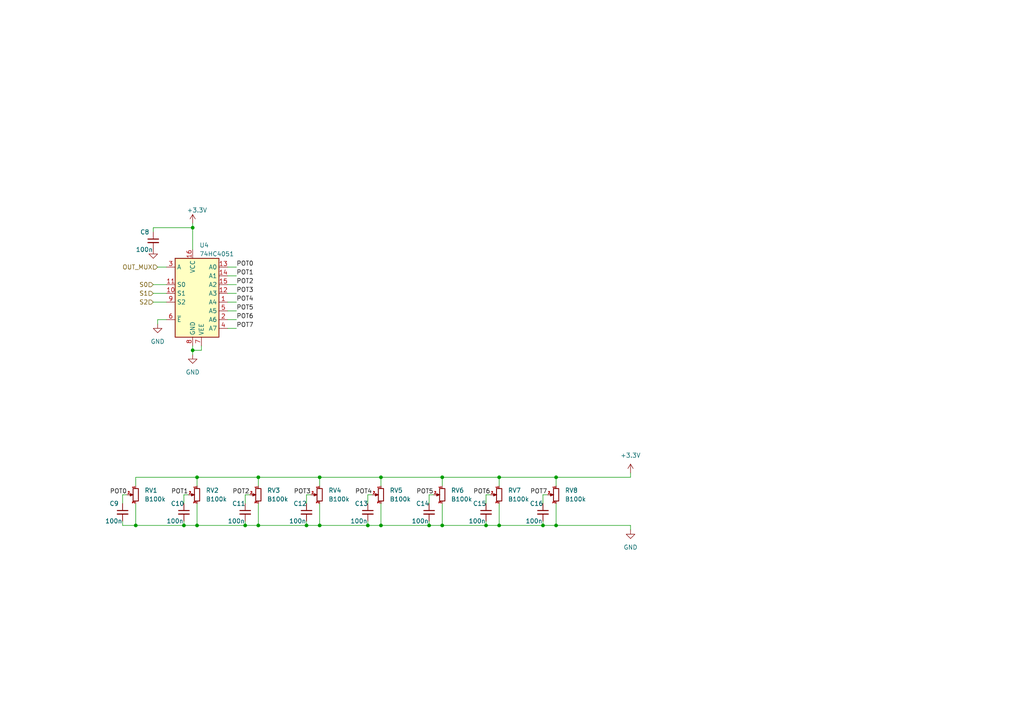
<source format=kicad_sch>
(kicad_sch (version 20230121) (generator eeschema)
  (paper "A4")
  (lib_symbols
    (symbol "74xx:74HC4051"
      (property "Reference" "U" (at -5.08 11.43 0))
      (property "Value" "74HC4051" (at -7.62 -13.97 0))
      (symbol "74HC4051_0_1"
        (rectangle (start -5.08 10.16) (end 7.62 -12.7) (stroke (width 0.254)) (fill (type background)))
      )
      (symbol "74HC4051_1_1"
        (pin passive line (at 10.16 -2.54 180) (length 2.54) (name "A4") (number "1"))
        (pin input line (at -7.62 0 0) (length 2.54) (name "S1") (number "10"))
        (pin input line (at -7.62 2.54 0) (length 2.54) (name "S0") (number "11"))
        (pin passive line (at 10.16 0 180) (length 2.54) (name "A3") (number "12"))
        (pin passive line (at 10.16 7.62 180) (length 2.54) (name "A0") (number "13"))
        (pin passive line (at 10.16 5.08 180) (length 2.54) (name "A1") (number "14"))
        (pin passive line (at 10.16 2.54 180) (length 2.54) (name "A2") (number "15"))
        (pin power_in line (at 0 12.7 270) (length 2.54) (name "VCC") (number "16"))
        (pin passive line (at 10.16 -7.62 180) (length 2.54) (name "A6") (number "2"))
        (pin passive line (at -7.62 7.62 0) (length 2.54) (name "A") (number "3"))
        (pin passive line (at 10.16 -10.16 180) (length 2.54) (name "A7") (number "4"))
        (pin passive line (at 10.16 -5.08 180) (length 2.54) (name "A5") (number "5"))
        (pin input line (at -7.62 -7.62 0) (length 2.54) (name "~{E}") (number "6"))
        (pin power_in line (at 2.54 -15.24 90) (length 2.54) (name "VEE") (number "7"))
        (pin power_in line (at 0 -15.24 90) (length 2.54) (name "GND") (number "8"))
        (pin input line (at -7.62 -2.54 0) (length 2.54) (name "S2") (number "9"))
      )
    )
    (symbol "Device:C_Small" (pin_numbers hide) (pin_names (offset 0.254) hide)
      (property "Reference" "C" (at 0.254 1.778 0))
      (property "Value" "C_Small" (at 0.254 -2.032 0))
      (symbol "C_Small_0_1"
        (polyline (pts (xy -1.524 -0.508) (xy 1.524 -0.508)) (stroke (width 0.3302)))
        (polyline (pts (xy -1.524 0.508) (xy 1.524 0.508)) (stroke (width 0.3048)))
      )
      (symbol "C_Small_1_1"
        (pin passive line (at 0 2.54 270) (length 2.032) (name "~") (number "1"))
        (pin passive line (at 0 -2.54 90) (length 2.032) (name "~") (number "2"))
      )
    )
    (symbol "Device:R_Potentiometer_Small" (pin_names (offset 1.016) hide)
      (property "Reference" "RV" (at -4.445 0 90))
      (property "Value" "R_Potentiometer_Small" (at -2.54 0 90))
      (symbol "R_Potentiometer_Small_0_1"
        (polyline (pts (xy 0.889 0) (xy 0.635 0) (xy 1.651 0.381) (xy 1.651 -0.381) (xy 0.635 0) (xy 0.889 0)) (fill (type outline)))
        (rectangle (start 0.762 1.8034) (end -0.762 -1.8034) (stroke (width 0.254)))
      )
      (symbol "R_Potentiometer_Small_1_1"
        (pin passive line (at 0 2.54 270) (length 0.635) (name "1") (number "1"))
        (pin passive line (at 2.54 0 180) (length 0.9906) (name "2") (number "2"))
        (pin passive line (at 0 -2.54 90) (length 0.635) (name "3") (number "3"))
      )
    )
    (symbol "power:+3.3V" (power) (pin_names (offset 0))
      (property "Value" "+3.3V" (at 0 3.556 0))
      (symbol "+3.3V_0_1"
        (polyline (pts (xy -0.762 1.27) (xy 0 2.54)))
        (polyline (pts (xy 0 0) (xy 0 2.54)))
        (polyline (pts (xy 0 2.54) (xy 0.762 1.27)))
      )
      (symbol "+3.3V_1_1"
        (pin power_in line (at 0 0 90) (length 0) hide (name "+3.3V") (number "1"))
      )
    )
    (symbol "power:GND" (power) (pin_names (offset 0))
      (property "Value" "GND" (at 0 -3.81 0))
      (symbol "GND_0_1"
        (polyline (pts (xy 0 0) (xy 0 -1.27) (xy 1.27 -1.27) (xy 0 -2.54) (xy -1.27 -1.27) (xy 0 -1.27)))
      )
      (symbol "GND_1_1"
        (pin power_in line (at 0 0 270) (length 0) hide (name "GND") (number "1"))
      )
    )
  )
  (junction (at 110.49 138.43))
  (junction (at 39.37 152.4))
  (junction (at 140.97 152.4))
  (junction (at 144.78 138.43))
  (junction (at 106.68 152.4))
  (junction (at 161.29 152.4))
  (junction (at 144.78 152.4))
  (junction (at 55.88 66.04))
  (junction (at 92.71 138.43))
  (junction (at 74.93 152.4))
  (junction (at 124.46 152.4))
  (junction (at 157.48 152.4))
  (junction (at 128.27 152.4))
  (junction (at 92.71 152.4))
  (junction (at 57.15 138.43))
  (junction (at 55.88 101.6))
  (junction (at 128.27 138.43))
  (junction (at 71.12 152.4))
  (junction (at 110.49 152.4))
  (junction (at 88.9 152.4))
  (junction (at 53.34 152.4))
  (junction (at 74.93 138.43))
  (junction (at 161.29 138.43))
  (junction (at 57.15 152.4))
  (wire (pts (xy 54.61 143.51) (xy 53.34 143.51)))
  (wire (pts (xy 74.93 140.97) (xy 74.93 138.43)))
  (wire (pts (xy 110.49 138.43) (xy 128.27 138.43)))
  (wire (pts (xy 68.58 80.01) (xy 66.04 80.01)))
  (wire (pts (xy 157.48 143.51) (xy 157.48 146.05)))
  (wire (pts (xy 45.72 92.71) (xy 48.26 92.71)))
  (wire (pts (xy 90.17 143.51) (xy 88.9 143.51)))
  (wire (pts (xy 124.46 151.13) (xy 124.46 152.4)))
  (wire (pts (xy 142.24 143.51) (xy 140.97 143.51)))
  (wire (pts (xy 140.97 152.4) (xy 144.78 152.4)))
  (wire (pts (xy 53.34 143.51) (xy 53.34 146.05)))
  (wire (pts (xy 53.34 152.4) (xy 57.15 152.4)))
  (wire (pts (xy 68.58 90.17) (xy 66.04 90.17)))
  (wire (pts (xy 35.56 152.4) (xy 39.37 152.4)))
  (wire (pts (xy 88.9 143.51) (xy 88.9 146.05)))
  (wire (pts (xy 44.45 82.55) (xy 48.26 82.55)))
  (wire (pts (xy 144.78 152.4) (xy 157.48 152.4)))
  (wire (pts (xy 106.68 152.4) (xy 110.49 152.4)))
  (wire (pts (xy 39.37 146.05) (xy 39.37 152.4)))
  (wire (pts (xy 157.48 151.13) (xy 157.48 152.4)))
  (wire (pts (xy 53.34 151.13) (xy 53.34 152.4)))
  (wire (pts (xy 55.88 100.33) (xy 55.88 101.6)))
  (wire (pts (xy 182.88 152.4) (xy 182.88 153.67)))
  (wire (pts (xy 128.27 140.97) (xy 128.27 138.43)))
  (wire (pts (xy 55.88 64.77) (xy 55.88 66.04)))
  (wire (pts (xy 74.93 146.05) (xy 74.93 152.4)))
  (wire (pts (xy 140.97 143.51) (xy 140.97 146.05)))
  (wire (pts (xy 124.46 143.51) (xy 124.46 146.05)))
  (wire (pts (xy 144.78 138.43) (xy 161.29 138.43)))
  (wire (pts (xy 144.78 146.05) (xy 144.78 152.4)))
  (wire (pts (xy 39.37 152.4) (xy 53.34 152.4)))
  (wire (pts (xy 57.15 152.4) (xy 71.12 152.4)))
  (wire (pts (xy 161.29 152.4) (xy 182.88 152.4)))
  (wire (pts (xy 71.12 152.4) (xy 74.93 152.4)))
  (wire (pts (xy 128.27 138.43) (xy 144.78 138.43)))
  (wire (pts (xy 92.71 146.05) (xy 92.71 152.4)))
  (wire (pts (xy 182.88 137.16) (xy 182.88 138.43)))
  (wire (pts (xy 58.42 101.6) (xy 58.42 100.33)))
  (wire (pts (xy 161.29 146.05) (xy 161.29 152.4)))
  (wire (pts (xy 110.49 146.05) (xy 110.49 152.4)))
  (wire (pts (xy 45.72 77.47) (xy 48.26 77.47)))
  (wire (pts (xy 55.88 101.6) (xy 55.88 102.87)))
  (wire (pts (xy 36.83 143.51) (xy 35.56 143.51)))
  (wire (pts (xy 39.37 138.43) (xy 57.15 138.43)))
  (wire (pts (xy 44.45 87.63) (xy 48.26 87.63)))
  (wire (pts (xy 128.27 152.4) (xy 140.97 152.4)))
  (wire (pts (xy 144.78 140.97) (xy 144.78 138.43)))
  (wire (pts (xy 57.15 146.05) (xy 57.15 152.4)))
  (wire (pts (xy 68.58 77.47) (xy 66.04 77.47)))
  (wire (pts (xy 68.58 95.25) (xy 66.04 95.25)))
  (wire (pts (xy 71.12 151.13) (xy 71.12 152.4)))
  (wire (pts (xy 57.15 138.43) (xy 74.93 138.43)))
  (wire (pts (xy 88.9 151.13) (xy 88.9 152.4)))
  (wire (pts (xy 44.45 66.04) (xy 44.45 67.31)))
  (wire (pts (xy 68.58 87.63) (xy 66.04 87.63)))
  (wire (pts (xy 157.48 152.4) (xy 161.29 152.4)))
  (wire (pts (xy 110.49 140.97) (xy 110.49 138.43)))
  (wire (pts (xy 74.93 152.4) (xy 88.9 152.4)))
  (wire (pts (xy 72.39 143.51) (xy 71.12 143.51)))
  (wire (pts (xy 161.29 140.97) (xy 161.29 138.43)))
  (wire (pts (xy 44.45 85.09) (xy 48.26 85.09)))
  (wire (pts (xy 74.93 138.43) (xy 92.71 138.43)))
  (wire (pts (xy 55.88 101.6) (xy 58.42 101.6)))
  (wire (pts (xy 107.95 143.51) (xy 106.68 143.51)))
  (wire (pts (xy 45.72 93.98) (xy 45.72 92.71)))
  (wire (pts (xy 92.71 140.97) (xy 92.71 138.43)))
  (wire (pts (xy 92.71 152.4) (xy 106.68 152.4)))
  (wire (pts (xy 88.9 152.4) (xy 92.71 152.4)))
  (wire (pts (xy 35.56 143.51) (xy 35.56 146.05)))
  (wire (pts (xy 106.68 143.51) (xy 106.68 146.05)))
  (wire (pts (xy 39.37 140.97) (xy 39.37 138.43)))
  (wire (pts (xy 124.46 152.4) (xy 128.27 152.4)))
  (wire (pts (xy 55.88 66.04) (xy 44.45 66.04)))
  (wire (pts (xy 68.58 85.09) (xy 66.04 85.09)))
  (wire (pts (xy 68.58 92.71) (xy 66.04 92.71)))
  (wire (pts (xy 161.29 138.43) (xy 182.88 138.43)))
  (wire (pts (xy 57.15 140.97) (xy 57.15 138.43)))
  (wire (pts (xy 110.49 152.4) (xy 124.46 152.4)))
  (wire (pts (xy 68.58 82.55) (xy 66.04 82.55)))
  (wire (pts (xy 106.68 151.13) (xy 106.68 152.4)))
  (wire (pts (xy 158.75 143.51) (xy 157.48 143.51)))
  (wire (pts (xy 55.88 66.04) (xy 55.88 72.39)))
  (wire (pts (xy 125.73 143.51) (xy 124.46 143.51)))
  (wire (pts (xy 92.71 138.43) (xy 110.49 138.43)))
  (wire (pts (xy 35.56 151.13) (xy 35.56 152.4)))
  (wire (pts (xy 128.27 146.05) (xy 128.27 152.4)))
  (wire (pts (xy 140.97 151.13) (xy 140.97 152.4)))
  (wire (pts (xy 71.12 143.51) (xy 71.12 146.05)))
  (label "POT1" (at 54.61 143.51 180))
  (label "POT4" (at 68.58 87.63 0))
  (label "POT7" (at 158.75 143.51 180))
  (label "POT0" (at 36.83 143.51 180))
  (label "POT5" (at 125.73 143.51 180))
  (label "POT6" (at 68.58 92.71 0))
  (label "POT6" (at 142.24 143.51 180))
  (label "POT0" (at 68.58 77.47 0))
  (label "POT2" (at 68.58 82.55 0))
  (label "POT1" (at 68.58 80.01 0))
  (label "POT3" (at 68.58 85.09 0))
  (label "POT5" (at 68.58 90.17 0))
  (label "POT3" (at 90.17 143.51 180))
  (label "POT7" (at 68.58 95.25 0))
  (label "POT4" (at 107.95 143.51 180))
  (label "POT2" (at 72.39 143.51 180))
  (hierarchical_label "OUT_MUX" (shape input) (at 45.72 77.47 180))
  (hierarchical_label "S0" (shape input) (at 44.45 82.55 180))
  (hierarchical_label "S1" (shape input) (at 44.45 85.09 180))
  (hierarchical_label "S2" (shape input) (at 44.45 87.63 180))
  (symbol (lib_id "power:+3.3V") (at 182.88 137.16 0) (unit 1)
    (property "Reference" "#PWR023" (effects hide))
    (property "Value" "+3.3V" (at 182.88 132.08 0))
    (instances (project "projet_elec_midi" (path "" (reference "#PWR023") (unit 1)) (path "" (reference "#PWR029") (unit 1)) (path "" (reference "#PWR035") (unit 1))))
  )
  (symbol (lib_id "Device:R_Potentiometer_Small") (at 57.15 143.51 0) (mirror y) (unit 1)
    (property "Reference" "RV2" (at 59.69 142.24 0) (effects (justify right)))
    (property "Value" "B100k" (at 59.69 144.78 0) (effects (justify right)))
    (property "Footprint" "Potentiometer_THT:Potentiometer_Alpha_RD901F-40-00D_Single_Vertical" (effects hide))
    (instances (project "projet_elec_midi" (path "" (reference "RV2") (unit 1)) (path "" (reference "RV10") (unit 1)) (path "" (reference "RV2") (unit 1)) (path "" (reference "RV18") (unit 1))))
  )
  (symbol (lib_id "Device:R_Potentiometer_Small") (at 110.49 143.51 0) (mirror y) (unit 1)
    (property "Reference" "RV5" (at 113.03 142.24 0) (effects (justify right)))
    (property "Value" "B100k" (at 113.03 144.78 0) (effects (justify right)))
    (property "Footprint" "Potentiometer_THT:Potentiometer_Alpha_RD901F-40-00D_Single_Vertical" (effects hide))
    (instances (project "projet_elec_midi" (path "" (reference "RV5") (unit 1)) (path "" (reference "RV13") (unit 1)) (path "" (reference "RV5") (unit 1)) (path "" (reference "RV21") (unit 1))))
  )
  (symbol (lib_id "Device:R_Potentiometer_Small") (at 161.29 143.51 0) (mirror y) (unit 1)
    (property "Reference" "RV8" (at 163.83 142.24 0) (effects (justify right)))
    (property "Value" "B100k" (at 163.83 144.78 0) (effects (justify right)))
    (property "Footprint" "Potentiometer_THT:Potentiometer_Alpha_RD901F-40-00D_Single_Vertical" (effects hide))
    (instances (project "projet_elec_midi" (path "" (reference "RV8") (unit 1)) (path "" (reference "RV16") (unit 1)) (path "" (reference "RV8") (unit 1)) (path "" (reference "RV24") (unit 1))))
  )
  (symbol (lib_id "Device:C_Small") (at 124.46 148.59 0) (mirror y) (unit 1)
    (property "Reference" "C14" (at 120.65 146.05 0) (effects (justify right)))
    (property "Value" "100n" (at 119.38 151.13 0) (effects (justify right)))
    (property "Footprint" "Capacitor_SMD:C_0603_1608Metric" (effects hide))
    (instances (project "projet_elec_midi" (path "" (reference "C14") (unit 1)) (path "" (reference "C23") (unit 1)) (path "" (reference "C13") (unit 1)) (path "" (reference "C32") (unit 1))))
  )
  (symbol (lib_id "Device:R_Potentiometer_Small") (at 92.71 143.51 0) (mirror y) (unit 1)
    (property "Reference" "RV4" (at 95.25 142.24 0) (effects (justify right)))
    (property "Value" "B100k" (at 95.25 144.78 0) (effects (justify right)))
    (property "Footprint" "Potentiometer_THT:Potentiometer_Alpha_RD901F-40-00D_Single_Vertical" (effects hide))
    (instances (project "projet_elec_midi" (path "" (reference "RV4") (unit 1)) (path "" (reference "RV12") (unit 1)) (path "" (reference "RV4") (unit 1)) (path "" (reference "RV20") (unit 1))))
  )
  (symbol (lib_id "Device:C_Small") (at 35.56 148.59 0) (mirror y) (unit 1)
    (property "Reference" "C9" (at 31.75 146.05 0) (effects (justify right)))
    (property "Value" "100n" (at 30.48 151.13 0) (effects (justify right)))
    (property "Footprint" "Capacitor_SMD:C_0603_1608Metric" (effects hide))
    (instances (project "projet_elec_midi" (path "" (reference "C9") (unit 1)) (path "" (reference "C18") (unit 1)) (path "" (reference "C8") (unit 1)) (path "" (reference "C27") (unit 1))))
  )
  (symbol (lib_id "power:GND") (at 44.45 72.39 0) (unit 1)
    (property "Reference" "#PWR019" (effects hide))
    (property "Value" "GND" (effects hide))
    (instances (project "projet_elec_midi" (path "" (reference "#PWR019") (unit 1)) (path "" (reference "#PWR025") (unit 1)) (path "" (reference "#PWR031") (unit 1))))
  )
  (symbol (lib_id "power:GND") (at 55.88 102.87 0) (unit 1)
    (property "Reference" "#PWR022" (effects hide))
    (property "Value" "GND" (at 55.88 107.95 0))
    (instances (project "projet_elec_midi" (path "" (reference "#PWR022") (unit 1)) (path "" (reference "#PWR028") (unit 1)) (path "" (reference "#PWR034") (unit 1))))
  )
  (symbol (lib_id "Device:R_Potentiometer_Small") (at 74.93 143.51 0) (mirror y) (unit 1)
    (property "Reference" "RV3" (at 77.47 142.24 0) (effects (justify right)))
    (property "Value" "B100k" (at 77.47 144.78 0) (effects (justify right)))
    (property "Footprint" "Potentiometer_THT:Potentiometer_Alpha_RD901F-40-00D_Single_Vertical" (effects hide))
    (instances (project "projet_elec_midi" (path "" (reference "RV3") (unit 1)) (path "" (reference "RV11") (unit 1)) (path "" (reference "RV3") (unit 1)) (path "" (reference "RV19") (unit 1))))
  )
  (symbol (lib_id "Device:C_Small") (at 71.12 148.59 0) (mirror y) (unit 1)
    (property "Reference" "C11" (at 67.31 146.05 0) (effects (justify right)))
    (property "Value" "100n" (at 66.04 151.13 0) (effects (justify right)))
    (property "Footprint" "Capacitor_SMD:C_0603_1608Metric" (effects hide))
    (instances (project "projet_elec_midi" (path "" (reference "C11") (unit 1)) (path "" (reference "C20") (unit 1)) (path "" (reference "C10") (unit 1)) (path "" (reference "C29") (unit 1))))
  )
  (symbol (lib_id "power:+3.3V") (at 55.88 64.77 0) (unit 1)
    (property "Reference" "#PWR021" (effects hide))
    (property "Value" "+3.3V" (at 57.15 60.96 0))
    (instances (project "projet_elec_midi" (path "" (reference "#PWR021") (unit 1)) (path "" (reference "#PWR027") (unit 1)) (path "" (reference "#PWR033") (unit 1))))
  )
  (symbol (lib_id "74xx:74HC4051") (at 55.88 85.09 0) (unit 1)
    (property "Reference" "U4" (at 57.8359 71.12 0) (effects (justify left)))
    (property "Value" "74HC4051" (at 57.8359 73.66 0) (effects (justify left)))
    (property "Footprint" "Package_SO:SO-16_3.9x9.9mm_P1.27mm" (effects hide))
    (property "Datasheet" "http://www.ti.com/lit/ds/symlink/cd74hc4051.pdf" (effects hide))
    (instances (project "projet_elec_midi" (path "" (reference "U4") (unit 1)) (path "" (reference "U5") (unit 1)) (path "" (reference "U2") (unit 1)) (path "" (reference "U6") (unit 1))))
  )
  (symbol (lib_id "power:GND") (at 45.72 93.98 0) (unit 1)
    (property "Reference" "#PWR020" (effects hide))
    (property "Value" "GND" (at 45.72 99.06 0))
    (instances (project "projet_elec_midi" (path "" (reference "#PWR020") (unit 1)) (path "" (reference "#PWR026") (unit 1)) (path "" (reference "#PWR032") (unit 1))))
  )
  (symbol (lib_id "Device:R_Potentiometer_Small") (at 144.78 143.51 0) (mirror y) (unit 1)
    (property "Reference" "RV7" (at 147.32 142.24 0) (effects (justify right)))
    (property "Value" "B100k" (at 147.32 144.78 0) (effects (justify right)))
    (property "Footprint" "Potentiometer_THT:Potentiometer_Alpha_RD901F-40-00D_Single_Vertical" (effects hide))
    (instances (project "projet_elec_midi" (path "" (reference "RV7") (unit 1)) (path "" (reference "RV15") (unit 1)) (path "" (reference "RV7") (unit 1)) (path "" (reference "RV23") (unit 1))))
  )
  (symbol (lib_id "Device:R_Potentiometer_Small") (at 39.37 143.51 0) (mirror y) (unit 1)
    (property "Reference" "RV1" (at 41.91 142.24 0) (effects (justify right)))
    (property "Value" "B100k" (at 41.91 144.78 0) (effects (justify right)))
    (property "Footprint" "Potentiometer_THT:Potentiometer_Alpha_RD901F-40-00D_Single_Vertical" (effects hide))
    (instances (project "projet_elec_midi" (path "" (reference "RV1") (unit 1)) (path "" (reference "RV9") (unit 1)) (path "" (reference "RV1") (unit 1)) (path "" (reference "RV17") (unit 1))))
  )
  (symbol (lib_id "Device:R_Potentiometer_Small") (at 128.27 143.51 0) (mirror y) (unit 1)
    (property "Reference" "RV6" (at 130.81 142.24 0) (effects (justify right)))
    (property "Value" "B100k" (at 130.81 144.78 0) (effects (justify right)))
    (property "Footprint" "Potentiometer_THT:Potentiometer_Alpha_RD901F-40-00D_Single_Vertical" (effects hide))
    (instances (project "projet_elec_midi" (path "" (reference "RV6") (unit 1)) (path "" (reference "RV14") (unit 1)) (path "" (reference "RV6") (unit 1)) (path "" (reference "RV22") (unit 1))))
  )
  (symbol (lib_id "power:GND") (at 182.88 153.67 0) (mirror y) (unit 1)
    (property "Reference" "#PWR024" (effects hide))
    (property "Value" "GND" (at 182.88 158.75 0))
    (instances (project "projet_elec_midi" (path "" (reference "#PWR024") (unit 1)) (path "" (reference "#PWR030") (unit 1)) (path "" (reference "#PWR036") (unit 1))))
  )
  (symbol (lib_id "Device:C_Small") (at 140.97 148.59 0) (mirror y) (unit 1)
    (property "Reference" "C15" (at 137.16 146.05 0) (effects (justify right)))
    (property "Value" "100n" (at 135.89 151.13 0) (effects (justify right)))
    (property "Footprint" "Capacitor_SMD:C_0603_1608Metric" (effects hide))
    (instances (project "projet_elec_midi" (path "" (reference "C15") (unit 1)) (path "" (reference "C24") (unit 1)) (path "" (reference "C14") (unit 1)) (path "" (reference "C33") (unit 1))))
  )
  (symbol (lib_id "Device:C_Small") (at 157.48 148.59 0) (mirror y) (unit 1)
    (property "Reference" "C16" (at 153.67 146.05 0) (effects (justify right)))
    (property "Value" "100n" (at 152.4 151.13 0) (effects (justify right)))
    (property "Footprint" "Capacitor_SMD:C_0603_1608Metric" (effects hide))
    (instances (project "projet_elec_midi" (path "" (reference "C16") (unit 1)) (path "" (reference "C25") (unit 1)) (path "" (reference "C15") (unit 1)) (path "" (reference "C34") (unit 1))))
  )
  (symbol (lib_id "Device:C_Small") (at 88.9 148.59 0) (mirror y) (unit 1)
    (property "Reference" "C12" (at 85.09 146.05 0) (effects (justify right)))
    (property "Value" "100n" (at 83.82 151.13 0) (effects (justify right)))
    (property "Footprint" "Capacitor_SMD:C_0603_1608Metric" (effects hide))
    (instances (project "projet_elec_midi" (path "" (reference "C12") (unit 1)) (path "" (reference "C21") (unit 1)) (path "" (reference "C11") (unit 1)) (path "" (reference "C30") (unit 1))))
  )
  (symbol (lib_id "Device:C_Small") (at 44.45 69.85 0) (mirror y) (unit 1)
    (property "Reference" "C8" (at 40.64 67.31 0) (effects (justify right)))
    (property "Value" "100n" (at 39.37 72.39 0) (effects (justify right)))
    (property "Footprint" "Capacitor_SMD:C_0603_1608Metric" (effects hide))
    (instances (project "projet_elec_midi" (path "" (reference "C8") (unit 1)) (path "" (reference "C17") (unit 1)) (path "" (reference "C2") (unit 1)) (path "" (reference "C26") (unit 1))))
  )
  (symbol (lib_id "Device:C_Small") (at 53.34 148.59 0) (mirror y) (unit 1)
    (property "Reference" "C10" (at 49.53 146.05 0) (effects (justify right)))
    (property "Value" "100n" (at 48.26 151.13 0) (effects (justify right)))
    (property "Footprint" "Capacitor_SMD:C_0603_1608Metric" (effects hide))
    (instances (project "projet_elec_midi" (path "" (reference "C10") (unit 1)) (path "" (reference "C19") (unit 1)) (path "" (reference "C9") (unit 1)) (path "" (reference "C28") (unit 1))))
  )
  (symbol (lib_id "Device:C_Small") (at 106.68 148.59 0) (mirror y) (unit 1)
    (property "Reference" "C13" (at 102.87 146.05 0) (effects (justify right)))
    (property "Value" "100n" (at 101.6 151.13 0) (effects (justify right)))
    (property "Footprint" "Capacitor_SMD:C_0603_1608Metric" (effects hide))
    (instances (project "projet_elec_midi" (path "" (reference "C13") (unit 1)) (path "" (reference "C22") (unit 1)) (path "" (reference "C12") (unit 1)) (path "" (reference "C31") (unit 1))))
  )
)
</source>
